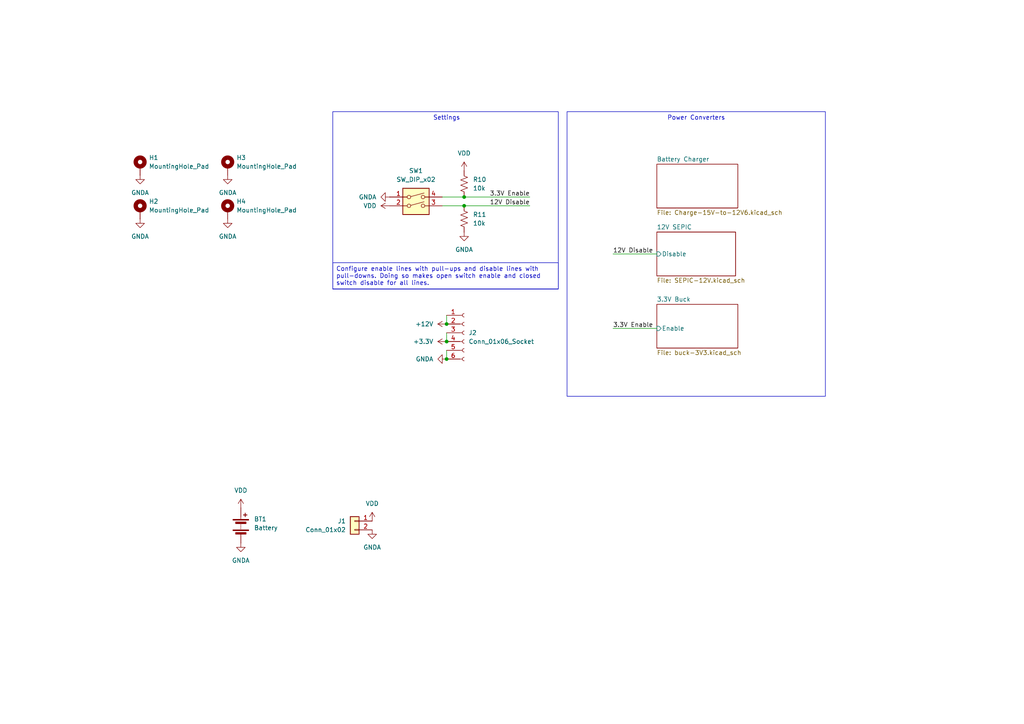
<source format=kicad_sch>
(kicad_sch (version 20250114) (generator "eeschema") (generator_version "9.0")
  (paper "A4")
  (title_block (title "Power Module") (rev "1"))
  (lib_symbols
    (symbol "Connector:Conn_01x06_Socket" (pin_names (offset 1.016) (hide yes))
      (property "Reference" "J" (at 0 7.62 0))
      (property "Value" "Conn_01x06_Socket" (at 0 -10.16 0))
      (symbol "Conn_01x06_Socket_1_1"
        (polyline (pts (xy -1.27 5.08) (xy -0.508 5.08)) (stroke (width 0.1524)))
        (polyline (pts (xy -1.27 2.54) (xy -0.508 2.54)) (stroke (width 0.1524)))
        (polyline (pts (xy -1.27 0) (xy -0.508 0)) (stroke (width 0.1524)))
        (polyline (pts (xy -1.27 -2.54) (xy -0.508 -2.54)) (stroke (width 0.1524)))
        (polyline (pts (xy -1.27 -5.08) (xy -0.508 -5.08)) (stroke (width 0.1524)))
        (polyline (pts (xy -1.27 -7.62) (xy -0.508 -7.62)) (stroke (width 0.1524)))
        (arc (start 0 4.572) (mid -0.5058 5.08) (end 0 5.588) (stroke (width 0.1524)))
        (arc (start 0 2.032) (mid -0.5058 2.54) (end 0 3.048) (stroke (width 0.1524)))
        (arc (start 0 -0.508) (mid -0.5058 0) (end 0 0.508) (stroke (width 0.1524)))
        (arc (start 0 -3.048) (mid -0.5058 -2.54) (end 0 -2.032) (stroke (width 0.1524)))
        (arc (start 0 -5.588) (mid -0.5058 -5.08) (end 0 -4.572) (stroke (width 0.1524)))
        (arc (start 0 -8.128) (mid -0.5058 -7.62) (end 0 -7.112) (stroke (width 0.1524)))
        (pin passive line (at -5.08 5.08 0) (length 3.81) (name "Pin_1") (number "1"))
        (pin passive line (at -5.08 2.54 0) (length 3.81) (name "Pin_2") (number "2"))
        (pin passive line (at -5.08 0 0) (length 3.81) (name "Pin_3") (number "3"))
        (pin passive line (at -5.08 -2.54 0) (length 3.81) (name "Pin_4") (number "4"))
        (pin passive line (at -5.08 -5.08 0) (length 3.81) (name "Pin_5") (number "5"))
        (pin passive line (at -5.08 -7.62 0) (length 3.81) (name "Pin_6") (number "6"))
      )
    )
    (symbol "Connector_Generic:Conn_01x02" (pin_names (offset 1.016) (hide yes))
      (property "Reference" "J" (at 0 2.54 0))
      (property "Value" "Conn_01x02" (at 0 -5.08 0))
      (symbol "Conn_01x02_1_1"
        (rectangle (start -1.27 1.27) (end 1.27 -3.81) (stroke (width 0.254)) (fill (type background)))
        (rectangle (start -1.27 0.127) (end 0 -0.127) (stroke (width 0.1524)))
        (rectangle (start -1.27 -2.413) (end 0 -2.667) (stroke (width 0.1524)))
        (pin passive line (at -5.08 0 0) (length 3.81) (name "Pin_1") (number "1"))
        (pin passive line (at -5.08 -2.54 0) (length 3.81) (name "Pin_2") (number "2"))
      )
    )
    (symbol "Device:Battery" (pin_numbers (hide yes)) (pin_names (offset 0) (hide yes))
      (property "Reference" "BT" (at 2.54 2.54 0))
      (property "Value" "Battery" (at 2.54 0 0))
      (symbol "Battery_0_1"
        (rectangle (start -2.286 1.778) (end 2.286 1.524) (fill (type outline)))
        (rectangle (start -2.286 -1.27) (end 2.286 -1.524) (fill (type outline)))
        (rectangle (start -1.524 1.016) (end 1.524 0.508) (fill (type outline)))
        (rectangle (start -1.524 -2.032) (end 1.524 -2.54) (fill (type outline)))
        (polyline (pts (xy 0 1.778) (xy 0 2.54)))
        (polyline (pts (xy 0 0) (xy 0 0.254)))
        (polyline (pts (xy 0 -0.508) (xy 0 -0.254)))
        (polyline (pts (xy 0 -1.016) (xy 0 -0.762)))
        (polyline (pts (xy 0.762 3.048) (xy 1.778 3.048)) (stroke (width 0.254)))
        (polyline (pts (xy 1.27 3.556) (xy 1.27 2.54)) (stroke (width 0.254)))
      )
      (symbol "Battery_1_1"
        (pin passive line (at 0 5.08 270) (length 2.54) (name "+") (number "1"))
        (pin passive line (at 0 -5.08 90) (length 2.54) (name "-") (number "2"))
      )
    )
    (symbol "Device:R_US" (pin_numbers (hide yes)) (pin_names (offset 0))
      (property "Reference" "R" (at 2.54 0 90))
      (property "Value" "R_US" (at -2.54 0 90))
      (symbol "R_US_0_1"
        (polyline (pts (xy 0 2.286) (xy 0 2.54)))
        (polyline (pts (xy 0 2.286) (xy 1.016 1.905) (xy 0 1.524) (xy -1.016 1.143) (xy 0 0.762)))
        (polyline (pts (xy 0 0.762) (xy 1.016 0.381) (xy 0 0) (xy -1.016 -0.381) (xy 0 -0.762)))
        (polyline (pts (xy 0 -0.762) (xy 1.016 -1.143) (xy 0 -1.524) (xy -1.016 -1.905) (xy 0 -2.286)))
        (polyline (pts (xy 0 -2.286) (xy 0 -2.54)))
      )
      (symbol "R_US_1_1"
        (pin passive line (at 0 3.81 270) (length 1.27) (name "~") (number "1"))
        (pin passive line (at 0 -3.81 90) (length 1.27) (name "~") (number "2"))
      )
    )
    (symbol "MountingHole_Pad_1" (pin_numbers (hide yes)) (pin_names (offset 1.016) (hide yes)) (in_bom no)
      (property "Reference" "H" (at 0 6.35 0))
      (property "Value" "MountingHole_Pad" (at 0 4.445 0))
      (symbol "MountingHole_Pad_1_0_1"
        (circle (center 0 1.27) (radius 1.27) (stroke (width 1.27)))
      )
      (symbol "MountingHole_Pad_1_1_1"
        (pin input line (at 0 -2.54 90) (length 2.54) (name "1") (number "1"))
      )
    )
    (symbol "Switch:SW_DIP_x02" (pin_names (offset 0) (hide yes))
      (property "Reference" "SW" (at 0 6.35 0))
      (property "Value" "SW_DIP_x02" (at 0 -3.81 0))
      (symbol "SW_DIP_x02_0_0"
        (circle (center -2.032 2.54) (radius 0.508))
        (circle (center -2.032 0) (radius 0.508))
        (polyline (pts (xy -1.524 2.667) (xy 2.3622 3.7084)))
        (polyline (pts (xy -1.524 0.127) (xy 2.3622 1.1684)))
        (circle (center 2.032 2.54) (radius 0.508))
        (circle (center 2.032 0) (radius 0.508))
      )
      (symbol "SW_DIP_x02_0_1"
        (rectangle (start -3.81 5.08) (end 3.81 -2.54) (stroke (width 0.254)) (fill (type background)))
      )
      (symbol "SW_DIP_x02_1_1"
        (pin passive line (at -7.62 2.54 0) (length 5.08) (name "~") (number "1"))
        (pin passive line (at -7.62 0 0) (length 5.08) (name "~") (number "2"))
        (pin passive line (at 7.62 2.54 180) (length 5.08) (name "~") (number "4"))
        (pin passive line (at 7.62 0 180) (length 5.08) (name "~") (number "3"))
      )
    )
    (symbol "power:+12V" (power) (pin_numbers (hide yes)) (pin_names (offset 0) (hide yes))
      (property "Value" "+12V" (at 0 3.556 0))
      (symbol "+12V_0_1"
        (polyline (pts (xy -0.762 1.27) (xy 0 2.54)))
        (polyline (pts (xy 0 2.54) (xy 0.762 1.27)))
        (polyline (pts (xy 0 0) (xy 0 2.54)))
      )
      (symbol "+12V_1_1"
        (pin power_in line (at 0 0 90) (length 0) (name "~") (number "1"))
      )
    )
    (symbol "power:+3.3V" (power) (pin_numbers (hide yes)) (pin_names (offset 0) (hide yes))
      (property "Value" "+3.3V" (at 0 3.556 0))
      (symbol "+3.3V_0_1"
        (polyline (pts (xy -0.762 1.27) (xy 0 2.54)))
        (polyline (pts (xy 0 2.54) (xy 0.762 1.27)))
        (polyline (pts (xy 0 0) (xy 0 2.54)))
      )
      (symbol "+3.3V_1_1"
        (pin power_in line (at 0 0 90) (length 0) (name "~") (number "1"))
      )
    )
    (symbol "power:GNDA" (power) (pin_numbers (hide yes)) (pin_names (offset 0) (hide yes))
      (property "Value" "GNDA" (at 0 -3.81 0))
      (symbol "GNDA_0_1"
        (polyline (pts (xy 0 0) (xy 0 -1.27) (xy 1.27 -1.27) (xy 0 -2.54) (xy -1.27 -1.27) (xy 0 -1.27)))
      )
      (symbol "GNDA_1_1"
        (pin power_in line (at 0 0 270) (length 0) (name "~") (number "1"))
      )
    )
    (symbol "power:VDD" (power) (pin_numbers (hide yes)) (pin_names (offset 0) (hide yes))
      (property "Value" "VDD" (at 0 3.556 0))
      (symbol "VDD_0_1"
        (polyline (pts (xy -0.762 1.27) (xy 0 2.54)))
        (polyline (pts (xy 0 2.54) (xy 0.762 1.27)))
        (polyline (pts (xy 0 0) (xy 0 2.54)))
      )
      (symbol "VDD_1_1"
        (pin power_in line (at 0 0 90) (length 0) (name "~") (number "1"))
      )
    )
  )
  (rectangle (start 96.52 32.385) (end 161.925 83.82))
  (rectangle (start 164.465 32.385) (end 239.395 114.935))
  (text "Power Converters" (at 201.93 34.29 0) (effects (font (size 1.27 1.27))))
  (text "Settings" (at 129.54 34.29 0) (effects (font (size 1.27 1.27))))
  (text_box "Configure enable lines with pull-ups and disable lines with pull-downs. Doing so makes open switch enable and closed switch disable for all lines." (at 96.52 76.2 0) (size 65.405 7.62) (margins 0.9525 0.9525 0.9525 0.9525) (effects (font (size 1.27 1.27)) (justify left top)))
  (junction (at 129.54 99.06))
  (junction (at 129.54 104.14))
  (junction (at 134.62 57.15))
  (junction (at 134.62 59.69))
  (junction (at 129.54 93.98))
  (wire (pts (xy 153.67 57.15) (xy 134.62 57.15)))
  (wire (pts (xy 129.54 96.52) (xy 129.54 99.06)))
  (wire (pts (xy 129.54 91.44) (xy 129.54 93.98)))
  (wire (pts (xy 129.54 101.6) (xy 129.54 104.14)))
  (wire (pts (xy 177.8 73.66) (xy 190.5 73.66)))
  (wire (pts (xy 153.67 59.69) (xy 134.62 59.69)))
  (wire (pts (xy 177.8 95.25) (xy 190.5 95.25)))
  (wire (pts (xy 128.27 59.69) (xy 134.62 59.69)))
  (wire (pts (xy 128.27 57.15) (xy 134.62 57.15)))
  (label "3.3V Enable" (at 177.8 95.25 0))
  (label "3.3V Enable" (at 153.67 57.15 180))
  (label "12V Disable" (at 153.67 59.69 180))
  (label "12V Disable" (at 177.8 73.66 0))
  (symbol (lib_id "Switch:SW_DIP_x02") (at 120.65 59.69 0) (unit 1)
    (property "Reference" "SW1" (at 120.65 49.53 0))
    (property "Value" "SW_DIP_x02" (at 120.65 52.07 0))
    (property "Footprint" "Button_Switch_SMD:SW_DIP_SPSTx02_Slide_Copal_CHS-02A_W5.08mm_P1.27mm_JPin" (effects (hide yes)))
    (property "Description" "2x DIP Switch, Single Pole Single Throw (SPST) switch, small symbol" (effects (hide yes)))
  )
  (symbol (lib_id "power:GNDA") (at 66.04 63.5 0) (unit 1)
    (property "Reference" "#PWR032" (effects (hide yes)))
    (property "Value" "GNDA" (at 66.04 68.58 0))
    (property "Description" "Power symbol creates a global label with name \"GNDA\" , analog ground" (effects (hide yes)))
  )
  (symbol (lib_id "power:+12V") (at 129.54 93.98 90) (unit 1)
    (property "Reference" "#PWR035" (effects (hide yes)))
    (property "Value" "+12V" (at 125.73 93.9799 90) (effects (justify left)))
    (property "Description" "Power symbol creates a global label with name \"+12V\"" (effects (hide yes)))
  )
  (symbol (lib_id "power:GNDA") (at 66.04 50.8 0) (unit 1)
    (property "Reference" "#PWR031" (effects (hide yes)))
    (property "Value" "GNDA" (at 66.04 55.88 0))
    (property "Description" "Power symbol creates a global label with name \"GNDA\" , analog ground" (effects (hide yes)))
  )
  (symbol (lib_id "power:VDD") (at 69.85 147.32 0) (unit 1)
    (property "Reference" "#PWR02" (effects (hide yes)))
    (property "Value" "VDD" (at 69.85 142.24 0))
    (property "Description" "Power symbol creates a global label with name \"VDD\"" (effects (hide yes)))
  )
  (symbol (lib_id "power:GNDA") (at 40.64 50.8 0) (unit 1)
    (property "Reference" "#PWR029" (effects (hide yes)))
    (property "Value" "GNDA" (at 40.64 55.88 0))
    (property "Description" "Power symbol creates a global label with name \"GNDA\" , analog ground" (effects (hide yes)))
  )
  (symbol (lib_name "MountingHole_Pad_1") (lib_id "Mechanical:MountingHole_Pad") (at 66.04 60.96 0) (unit 1) (in_bom no)
    (property "Reference" "H4" (at 68.58 58.4199 0) (effects (justify left)))
    (property "Value" "MountingHole_Pad" (at 68.58 60.9599 0) (effects (justify left)))
    (property "Footprint" "MountingHole:MountingHole_3.2mm_M3_Pad_Via" (effects (hide yes)))
    (property "Description" "Mounting Hole with connection" (effects (hide yes)))
  )
  (symbol (lib_id "power:GNDA") (at 107.95 153.67 0) (unit 1)
    (property "Reference" "#PWR01" (effects (hide yes)))
    (property "Value" "GNDA" (at 107.95 158.75 0))
    (property "Description" "Power symbol creates a global label with name \"GNDA\" , analog ground" (effects (hide yes)))
  )
  (symbol (lib_id "Connector:Conn_01x06_Socket") (at 134.62 96.52 0) (unit 1)
    (property "Reference" "J2" (at 135.89 96.5199 0) (effects (justify left)))
    (property "Value" "Conn_01x06_Socket" (at 135.89 99.0599 0) (effects (justify left)))
    (property "Footprint" "Connector_PinSocket_2.54mm:PinSocket_1x06_P2.54mm_Vertical" (effects (hide yes)))
    (property "Description" "Generic connector, single row, 01x06, script generated" (effects (hide yes)))
  )
  (symbol (lib_id "power:GNDA") (at 40.64 63.5 0) (unit 1)
    (property "Reference" "#PWR030" (effects (hide yes)))
    (property "Value" "GNDA" (at 40.64 68.58 0))
    (property "Description" "Power symbol creates a global label with name \"GNDA\" , analog ground" (effects (hide yes)))
  )
  (symbol (lib_name "MountingHole_Pad_1") (lib_id "Mechanical:MountingHole_Pad") (at 40.64 60.96 0) (unit 1) (in_bom no)
    (property "Reference" "H2" (at 43.18 58.4199 0) (effects (justify left)))
    (property "Value" "MountingHole_Pad" (at 43.18 60.9599 0) (effects (justify left)))
    (property "Footprint" "MountingHole:MountingHole_3.2mm_M3_Pad_Via" (effects (hide yes)))
    (property "Description" "Mounting Hole with connection" (effects (hide yes)))
  )
  (symbol (lib_id "power:GNDA") (at 69.85 157.48 0) (unit 1)
    (property "Reference" "#PWR03" (effects (hide yes)))
    (property "Value" "GNDA" (at 69.85 162.56 0))
    (property "Description" "Power symbol creates a global label with name \"GNDA\" , analog ground" (effects (hide yes)))
  )
  (symbol (lib_id "power:GNDA") (at 129.54 104.14 270) (unit 1)
    (property "Reference" "#PWR033" (effects (hide yes)))
    (property "Value" "GNDA" (at 125.73 104.1399 90) (effects (justify right)))
    (property "Description" "Power symbol creates a global label with name \"GNDA\" , analog ground" (effects (hide yes)))
  )
  (symbol (lib_id "Device:Battery") (at 69.85 152.4 0) (unit 1) (on_board no)
    (property "Reference" "BT1" (at 73.66 150.5584 0) (effects (justify left)))
    (property "Value" "Battery" (at 73.66 153.0984 0) (effects (justify left)))
    (property "Datasheet" "https://power.tenergy.com/at-tenergy-li-ion-18650-11-1v-2600mah-stick-rechargeable-battery-pack-w-pcb-3s1p-28-86wh-3a-rate/" (effects (hide yes)))
    (property "Description" "Multiple-cell battery" (effects (hide yes)))
  )
  (symbol (lib_name "MountingHole_Pad_1") (lib_id "Mechanical:MountingHole_Pad") (at 40.64 48.26 0) (unit 1) (in_bom no)
    (property "Reference" "H1" (at 43.18 45.7199 0) (effects (justify left)))
    (property "Value" "MountingHole_Pad" (at 43.18 48.2599 0) (effects (justify left)))
    (property "Footprint" "MountingHole:MountingHole_3.2mm_M3_Pad_Via" (effects (hide yes)))
    (property "Description" "Mounting Hole with connection" (effects (hide yes)))
  )
  (symbol (lib_id "power:VDD") (at 134.62 49.53 0) (unit 1)
    (property "Reference" "#PWR027" (effects (hide yes)))
    (property "Value" "VDD" (at 134.62 44.45 0))
    (property "Description" "Power symbol creates a global label with name \"VDD\"" (effects (hide yes)))
  )
  (symbol (lib_id "Device:R_US") (at 134.62 63.5 180) (unit 1)
    (property "Reference" "R11" (at 137.16 62.2299 0) (effects (justify right)))
    (property "Value" "10k" (at 137.16 64.7699 0) (effects (justify right)))
    (property "Footprint" "Resistor_SMD:R_0603_1608Metric_Pad0.98x0.95mm_HandSolder" (effects (hide yes)))
    (property "Description" "Resistor, US symbol" (effects (hide yes)))
  )
  (symbol (lib_id "power:GNDA") (at 113.03 57.15 270) (unit 1)
    (property "Reference" "#PWR012" (effects (hide yes)))
    (property "Value" "GNDA" (at 109.22 57.1499 90) (effects (justify right)))
    (property "Description" "Power symbol creates a global label with name \"GNDA\" , analog ground" (effects (hide yes)))
  )
  (symbol (lib_id "power:+3.3V") (at 129.54 99.06 90) (unit 1)
    (property "Reference" "#PWR034" (effects (hide yes)))
    (property "Value" "+3.3V" (at 125.73 99.0599 90) (effects (justify left)))
    (property "Description" "Power symbol creates a global label with name \"+3.3V\"" (effects (hide yes)))
  )
  (symbol (lib_id "power:VDD") (at 113.03 59.69 90) (unit 1)
    (property "Reference" "#PWR011" (effects (hide yes)))
    (property "Value" "VDD" (at 109.22 59.6899 90) (effects (justify left)))
    (property "Description" "Power symbol creates a global label with name \"VDD\"" (effects (hide yes)))
  )
  (symbol (lib_name "MountingHole_Pad_1") (lib_id "Mechanical:MountingHole_Pad") (at 66.04 48.26 0) (unit 1) (in_bom no)
    (property "Reference" "H3" (at 68.58 45.7199 0) (effects (justify left)))
    (property "Value" "MountingHole_Pad" (at 68.58 48.2599 0) (effects (justify left)))
    (property "Footprint" "MountingHole:MountingHole_3.2mm_M3_Pad_Via" (effects (hide yes)))
    (property "Description" "Mounting Hole with connection" (effects (hide yes)))
  )
  (symbol (lib_id "Connector_Generic:Conn_01x02") (at 102.87 151.13 0) (mirror y) (unit 1)
    (property "Reference" "J1" (at 100.33 151.1299 0) (effects (justify left)))
    (property "Value" "Conn_01x02" (at 100.33 153.6699 0) (effects (justify left)))
    (property "Footprint" "Connector_JST:JST_PH_B2B-PH-K_1x02_P2.00mm_Vertical" (effects (hide yes)))
    (property "Description" "Generic connector, single row, 01x02, script generated (kicad-library-utils/schlib/autogen/connector/)" (effects (hide yes)))
  )
  (symbol (lib_id "power:GNDA") (at 134.62 67.31 0) (unit 1)
    (property "Reference" "#PWR028" (effects (hide yes)))
    (property "Value" "GNDA" (at 134.62 72.39 0))
    (property "Description" "Power symbol creates a global label with name \"GNDA\" , analog ground" (effects (hide yes)))
  )
  (symbol (lib_id "power:VDD") (at 107.95 151.13 0) (unit 1)
    (property "Reference" "#PWR04" (effects (hide yes)))
    (property "Value" "VDD" (at 107.95 146.05 0))
    (property "Description" "Power symbol creates a global label with name \"VDD\"" (effects (hide yes)))
  )
  (symbol (lib_id "Device:R_US") (at 134.62 53.34 180) (unit 1)
    (property "Reference" "R10" (at 137.16 52.0699 0) (effects (justify right)))
    (property "Value" "10k" (at 137.16 54.6099 0) (effects (justify right)))
    (property "Footprint" "Resistor_SMD:R_0603_1608Metric_Pad0.98x0.95mm_HandSolder" (effects (hide yes)))
    (property "Description" "Resistor, US symbol" (effects (hide yes)))
  )
  (sheet (at 190.5 88.265) (size 23.495 12.7) (stroke (width 0.1524))
    (property "Sheetname" "3.3V Buck" (at 190.5 87.5534 0) (effects (justify left bottom)))
    (property "Sheetfile" "buck-3V3.kicad_sch" (at 190.5 101.5496 0) (effects (justify left top)))
    (pin "Enable" input (at 190.5 95.25 180))
  )
  (sheet (at 190.5 47.625) (size 23.495 12.7) (stroke (width 0.1524))
    (property "Sheetname" "Battery Charger" (at 190.5 46.9134 0) (effects (justify left bottom)))
    (property "Sheetfile" "Charge-15V-to-12V6.kicad_sch" (at 190.5 60.9096 0) (effects (justify left top)))
  )
  (sheet (at 190.5 67.31) (size 22.86 12.7) (stroke (width 0.1524))
    (property "Sheetname" "12V SEPIC" (at 190.5 66.5984 0) (effects (justify left bottom)))
    (property "Sheetfile" "SEPIC-12V.kicad_sch" (at 190.5 80.5946 0) (effects (justify left top)))
    (pin "Disable" input (at 190.5 73.66 180))
  )
)
</source>
